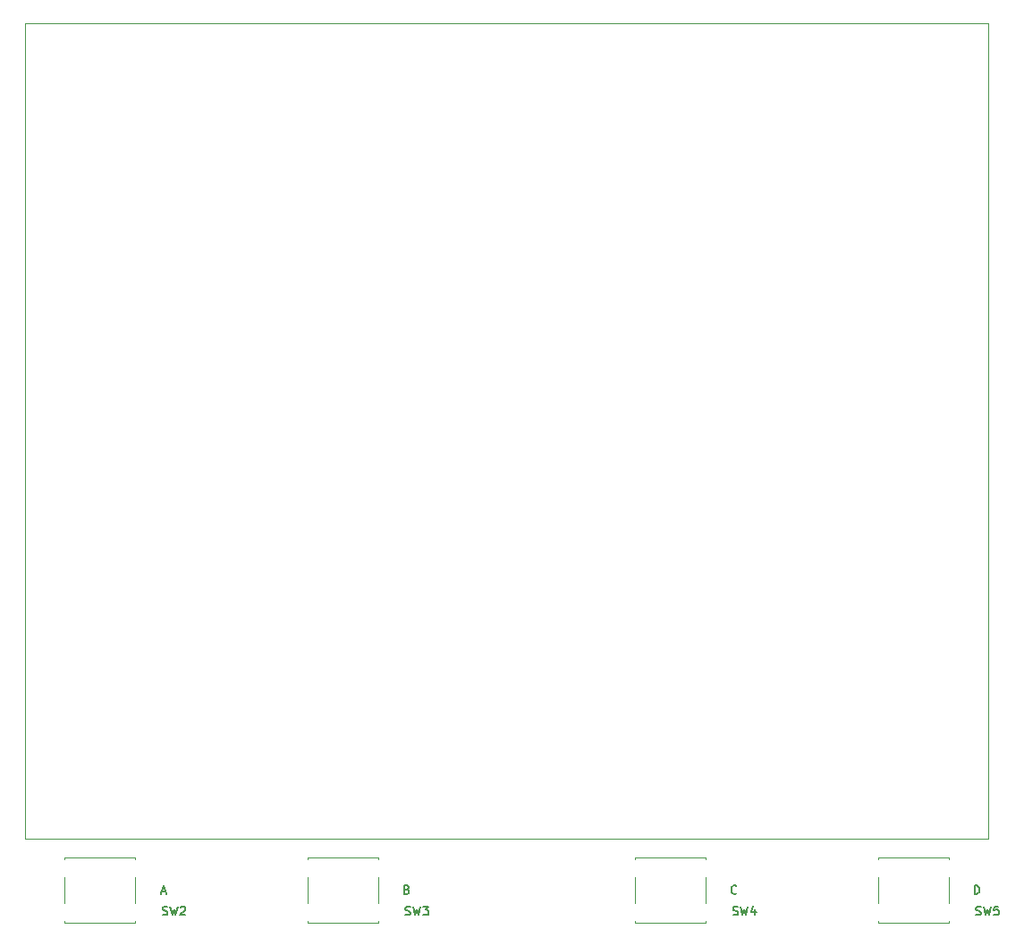
<source format=gbr>
G04 #@! TF.GenerationSoftware,KiCad,Pcbnew,(5.99.0-263-g133772e96)*
G04 #@! TF.CreationDate,2019-11-01T12:35:40+01:00*
G04 #@! TF.ProjectId,pocasicko,706f6361-7369-4636-9b6f-2e6b69636164,1*
G04 #@! TF.SameCoordinates,Original*
G04 #@! TF.FileFunction,Legend,Top*
G04 #@! TF.FilePolarity,Positive*
%FSLAX46Y46*%
G04 Gerber Fmt 4.6, Leading zero omitted, Abs format (unit mm)*
G04 Created by KiCad (PCBNEW (5.99.0-263-g133772e96)) date 2019-11-01 12:35:40*
%MOMM*%
%LPD*%
G04 APERTURE LIST*
%ADD10C,0.120000*%
%ADD11C,0.152400*%
G04 APERTURE END LIST*
D10*
X106900000Y-129100000D02*
X198100000Y-129100000D01*
X198100000Y-129100000D02*
X198100000Y-51900000D01*
X198100000Y-51900000D02*
X106900000Y-51900000D01*
X106900000Y-51900000D02*
X106900000Y-129100000D01*
X187650000Y-137100000D02*
X194350000Y-137100000D01*
X194350000Y-130900000D02*
X187650000Y-130900000D01*
X194350000Y-132800000D02*
X194350000Y-135200000D01*
X187650000Y-132800000D02*
X187650000Y-135200000D01*
X187650000Y-130900000D02*
X187650000Y-131100000D01*
X187650000Y-137100000D02*
X187650000Y-136900000D01*
X194350000Y-137100000D02*
X194350000Y-136900000D01*
X194350000Y-130900000D02*
X194350000Y-131100000D01*
X164650000Y-137100000D02*
X171350000Y-137100000D01*
X171350000Y-130900000D02*
X164650000Y-130900000D01*
X171350000Y-132800000D02*
X171350000Y-135200000D01*
X164650000Y-132800000D02*
X164650000Y-135200000D01*
X164650000Y-130900000D02*
X164650000Y-131100000D01*
X164650000Y-137100000D02*
X164650000Y-136900000D01*
X171350000Y-137100000D02*
X171350000Y-136900000D01*
X171350000Y-130900000D02*
X171350000Y-131100000D01*
X133650000Y-137100000D02*
X140350000Y-137100000D01*
X140350000Y-130900000D02*
X133650000Y-130900000D01*
X140350000Y-132800000D02*
X140350000Y-135200000D01*
X133650000Y-132800000D02*
X133650000Y-135200000D01*
X133650000Y-130900000D02*
X133650000Y-131100000D01*
X133650000Y-137100000D02*
X133650000Y-136900000D01*
X140350000Y-137100000D02*
X140350000Y-136900000D01*
X140350000Y-130900000D02*
X140350000Y-131100000D01*
X110650000Y-137100000D02*
X117350000Y-137100000D01*
X117350000Y-130900000D02*
X110650000Y-130900000D01*
X117350000Y-132800000D02*
X117350000Y-135200000D01*
X110650000Y-132800000D02*
X110650000Y-135200000D01*
X110650000Y-130900000D02*
X110650000Y-131100000D01*
X110650000Y-137100000D02*
X110650000Y-136900000D01*
X117350000Y-137100000D02*
X117350000Y-136900000D01*
X117350000Y-130900000D02*
X117350000Y-131100000D01*
D11*
X196916266Y-136328990D02*
X197032380Y-136367695D01*
X197225904Y-136367695D01*
X197303314Y-136328990D01*
X197342019Y-136290285D01*
X197380723Y-136212876D01*
X197380723Y-136135466D01*
X197342019Y-136058057D01*
X197303314Y-136019352D01*
X197225904Y-135980647D01*
X197071085Y-135941942D01*
X196993676Y-135903238D01*
X196954971Y-135864533D01*
X196916266Y-135787123D01*
X196916266Y-135709714D01*
X196954971Y-135632304D01*
X196993676Y-135593600D01*
X197071085Y-135554895D01*
X197264609Y-135554895D01*
X197380723Y-135593600D01*
X197651657Y-135554895D02*
X197845180Y-136367695D01*
X198000000Y-135787123D01*
X198154819Y-136367695D01*
X198348342Y-135554895D01*
X199045028Y-135554895D02*
X198657980Y-135554895D01*
X198619276Y-135941942D01*
X198657980Y-135903238D01*
X198735390Y-135864533D01*
X198928914Y-135864533D01*
X199006323Y-135903238D01*
X199045028Y-135941942D01*
X199083733Y-136019352D01*
X199083733Y-136212876D01*
X199045028Y-136290285D01*
X199006323Y-136328990D01*
X198928914Y-136367695D01*
X198735390Y-136367695D01*
X198657980Y-136328990D01*
X198619276Y-136290285D01*
X196787123Y-134367695D02*
X196787123Y-133554895D01*
X196980647Y-133554895D01*
X197096761Y-133593600D01*
X197174171Y-133671009D01*
X197212876Y-133748419D01*
X197251580Y-133903238D01*
X197251580Y-134019352D01*
X197212876Y-134174171D01*
X197174171Y-134251580D01*
X197096761Y-134328990D01*
X196980647Y-134367695D01*
X196787123Y-134367695D01*
X173916266Y-136328990D02*
X174032380Y-136367695D01*
X174225904Y-136367695D01*
X174303314Y-136328990D01*
X174342019Y-136290285D01*
X174380723Y-136212876D01*
X174380723Y-136135466D01*
X174342019Y-136058057D01*
X174303314Y-136019352D01*
X174225904Y-135980647D01*
X174071085Y-135941942D01*
X173993676Y-135903238D01*
X173954971Y-135864533D01*
X173916266Y-135787123D01*
X173916266Y-135709714D01*
X173954971Y-135632304D01*
X173993676Y-135593600D01*
X174071085Y-135554895D01*
X174264609Y-135554895D01*
X174380723Y-135593600D01*
X174651657Y-135554895D02*
X174845180Y-136367695D01*
X175000000Y-135787123D01*
X175154819Y-136367695D01*
X175348342Y-135554895D01*
X176006323Y-135825828D02*
X176006323Y-136367695D01*
X175812800Y-135516190D02*
X175619276Y-136096761D01*
X176122438Y-136096761D01*
X174251580Y-134290285D02*
X174212876Y-134328990D01*
X174096761Y-134367695D01*
X174019352Y-134367695D01*
X173903238Y-134328990D01*
X173825828Y-134251580D01*
X173787123Y-134174171D01*
X173748419Y-134019352D01*
X173748419Y-133903238D01*
X173787123Y-133748419D01*
X173825828Y-133671009D01*
X173903238Y-133593600D01*
X174019352Y-133554895D01*
X174096761Y-133554895D01*
X174212876Y-133593600D01*
X174251580Y-133632304D01*
X142916266Y-136328990D02*
X143032380Y-136367695D01*
X143225904Y-136367695D01*
X143303314Y-136328990D01*
X143342019Y-136290285D01*
X143380723Y-136212876D01*
X143380723Y-136135466D01*
X143342019Y-136058057D01*
X143303314Y-136019352D01*
X143225904Y-135980647D01*
X143071085Y-135941942D01*
X142993676Y-135903238D01*
X142954971Y-135864533D01*
X142916266Y-135787123D01*
X142916266Y-135709714D01*
X142954971Y-135632304D01*
X142993676Y-135593600D01*
X143071085Y-135554895D01*
X143264609Y-135554895D01*
X143380723Y-135593600D01*
X143651657Y-135554895D02*
X143845180Y-136367695D01*
X144000000Y-135787123D01*
X144154819Y-136367695D01*
X144348342Y-135554895D01*
X144580571Y-135554895D02*
X145083733Y-135554895D01*
X144812800Y-135864533D01*
X144928914Y-135864533D01*
X145006323Y-135903238D01*
X145045028Y-135941942D01*
X145083733Y-136019352D01*
X145083733Y-136212876D01*
X145045028Y-136290285D01*
X145006323Y-136328990D01*
X144928914Y-136367695D01*
X144696685Y-136367695D01*
X144619276Y-136328990D01*
X144580571Y-136290285D01*
X143058057Y-133941942D02*
X143174171Y-133980647D01*
X143212876Y-134019352D01*
X143251580Y-134096761D01*
X143251580Y-134212876D01*
X143212876Y-134290285D01*
X143174171Y-134328990D01*
X143096761Y-134367695D01*
X142787123Y-134367695D01*
X142787123Y-133554895D01*
X143058057Y-133554895D01*
X143135466Y-133593600D01*
X143174171Y-133632304D01*
X143212876Y-133709714D01*
X143212876Y-133787123D01*
X143174171Y-133864533D01*
X143135466Y-133903238D01*
X143058057Y-133941942D01*
X142787123Y-133941942D01*
X119916266Y-136328990D02*
X120032380Y-136367695D01*
X120225904Y-136367695D01*
X120303314Y-136328990D01*
X120342019Y-136290285D01*
X120380723Y-136212876D01*
X120380723Y-136135466D01*
X120342019Y-136058057D01*
X120303314Y-136019352D01*
X120225904Y-135980647D01*
X120071085Y-135941942D01*
X119993676Y-135903238D01*
X119954971Y-135864533D01*
X119916266Y-135787123D01*
X119916266Y-135709714D01*
X119954971Y-135632304D01*
X119993676Y-135593600D01*
X120071085Y-135554895D01*
X120264609Y-135554895D01*
X120380723Y-135593600D01*
X120651657Y-135554895D02*
X120845180Y-136367695D01*
X121000000Y-135787123D01*
X121154819Y-136367695D01*
X121348342Y-135554895D01*
X121619276Y-135632304D02*
X121657980Y-135593600D01*
X121735390Y-135554895D01*
X121928914Y-135554895D01*
X122006323Y-135593600D01*
X122045028Y-135632304D01*
X122083733Y-135709714D01*
X122083733Y-135787123D01*
X122045028Y-135903238D01*
X121580571Y-136367695D01*
X122083733Y-136367695D01*
X119806476Y-134135466D02*
X120193523Y-134135466D01*
X119729066Y-134367695D02*
X120000000Y-133554895D01*
X120270933Y-134367695D01*
M02*

</source>
